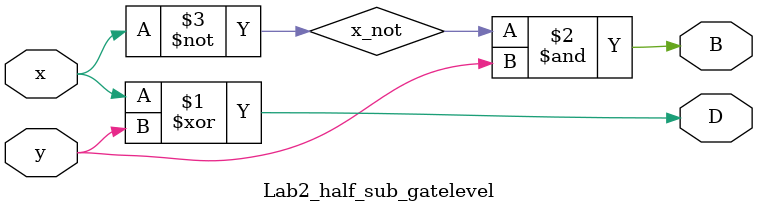
<source format=v>
module Lab2_half_sub_gatelevel(output D, B, input x, y);

wire x_not;
xor #(10) G1(D,x,y);
//xor  G1(D,x,y);
not G2(x_not,x);
and #(5) G3(B,x_not,y);
//and G3(B,x_not,y);

endmodule
</source>
